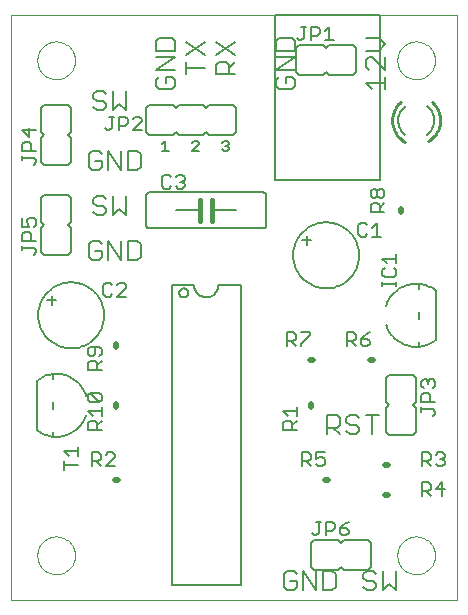
<source format=gto>
G75*
%MOIN*%
%OFA0B0*%
%FSLAX24Y24*%
%IPPOS*%
%LPD*%
%AMOC8*
5,1,8,0,0,1.08239X$1,22.5*
%
%ADD10C,0.0000*%
%ADD11C,0.0060*%
%ADD12C,0.0160*%
%ADD13C,0.0050*%
%ADD14C,0.0100*%
%ADD15C,0.0200*%
D10*
X000180Y000180D02*
X000180Y019676D01*
X015050Y019676D01*
X015050Y000180D01*
X000180Y000180D01*
X001050Y001680D02*
X001052Y001730D01*
X001058Y001780D01*
X001068Y001829D01*
X001082Y001877D01*
X001099Y001924D01*
X001120Y001969D01*
X001145Y002013D01*
X001173Y002054D01*
X001205Y002093D01*
X001239Y002130D01*
X001276Y002164D01*
X001316Y002194D01*
X001358Y002221D01*
X001402Y002245D01*
X001448Y002266D01*
X001495Y002282D01*
X001543Y002295D01*
X001593Y002304D01*
X001642Y002309D01*
X001693Y002310D01*
X001743Y002307D01*
X001792Y002300D01*
X001841Y002289D01*
X001889Y002274D01*
X001935Y002256D01*
X001980Y002234D01*
X002023Y002208D01*
X002064Y002179D01*
X002103Y002147D01*
X002139Y002112D01*
X002171Y002074D01*
X002201Y002034D01*
X002228Y001991D01*
X002251Y001947D01*
X002270Y001901D01*
X002286Y001853D01*
X002298Y001804D01*
X002306Y001755D01*
X002310Y001705D01*
X002310Y001655D01*
X002306Y001605D01*
X002298Y001556D01*
X002286Y001507D01*
X002270Y001459D01*
X002251Y001413D01*
X002228Y001369D01*
X002201Y001326D01*
X002171Y001286D01*
X002139Y001248D01*
X002103Y001213D01*
X002064Y001181D01*
X002023Y001152D01*
X001980Y001126D01*
X001935Y001104D01*
X001889Y001086D01*
X001841Y001071D01*
X001792Y001060D01*
X001743Y001053D01*
X001693Y001050D01*
X001642Y001051D01*
X001593Y001056D01*
X001543Y001065D01*
X001495Y001078D01*
X001448Y001094D01*
X001402Y001115D01*
X001358Y001139D01*
X001316Y001166D01*
X001276Y001196D01*
X001239Y001230D01*
X001205Y001267D01*
X001173Y001306D01*
X001145Y001347D01*
X001120Y001391D01*
X001099Y001436D01*
X001082Y001483D01*
X001068Y001531D01*
X001058Y001580D01*
X001052Y001630D01*
X001050Y001680D01*
X013050Y001680D02*
X013052Y001730D01*
X013058Y001780D01*
X013068Y001829D01*
X013082Y001877D01*
X013099Y001924D01*
X013120Y001969D01*
X013145Y002013D01*
X013173Y002054D01*
X013205Y002093D01*
X013239Y002130D01*
X013276Y002164D01*
X013316Y002194D01*
X013358Y002221D01*
X013402Y002245D01*
X013448Y002266D01*
X013495Y002282D01*
X013543Y002295D01*
X013593Y002304D01*
X013642Y002309D01*
X013693Y002310D01*
X013743Y002307D01*
X013792Y002300D01*
X013841Y002289D01*
X013889Y002274D01*
X013935Y002256D01*
X013980Y002234D01*
X014023Y002208D01*
X014064Y002179D01*
X014103Y002147D01*
X014139Y002112D01*
X014171Y002074D01*
X014201Y002034D01*
X014228Y001991D01*
X014251Y001947D01*
X014270Y001901D01*
X014286Y001853D01*
X014298Y001804D01*
X014306Y001755D01*
X014310Y001705D01*
X014310Y001655D01*
X014306Y001605D01*
X014298Y001556D01*
X014286Y001507D01*
X014270Y001459D01*
X014251Y001413D01*
X014228Y001369D01*
X014201Y001326D01*
X014171Y001286D01*
X014139Y001248D01*
X014103Y001213D01*
X014064Y001181D01*
X014023Y001152D01*
X013980Y001126D01*
X013935Y001104D01*
X013889Y001086D01*
X013841Y001071D01*
X013792Y001060D01*
X013743Y001053D01*
X013693Y001050D01*
X013642Y001051D01*
X013593Y001056D01*
X013543Y001065D01*
X013495Y001078D01*
X013448Y001094D01*
X013402Y001115D01*
X013358Y001139D01*
X013316Y001166D01*
X013276Y001196D01*
X013239Y001230D01*
X013205Y001267D01*
X013173Y001306D01*
X013145Y001347D01*
X013120Y001391D01*
X013099Y001436D01*
X013082Y001483D01*
X013068Y001531D01*
X013058Y001580D01*
X013052Y001630D01*
X013050Y001680D01*
X013050Y018180D02*
X013052Y018230D01*
X013058Y018280D01*
X013068Y018329D01*
X013082Y018377D01*
X013099Y018424D01*
X013120Y018469D01*
X013145Y018513D01*
X013173Y018554D01*
X013205Y018593D01*
X013239Y018630D01*
X013276Y018664D01*
X013316Y018694D01*
X013358Y018721D01*
X013402Y018745D01*
X013448Y018766D01*
X013495Y018782D01*
X013543Y018795D01*
X013593Y018804D01*
X013642Y018809D01*
X013693Y018810D01*
X013743Y018807D01*
X013792Y018800D01*
X013841Y018789D01*
X013889Y018774D01*
X013935Y018756D01*
X013980Y018734D01*
X014023Y018708D01*
X014064Y018679D01*
X014103Y018647D01*
X014139Y018612D01*
X014171Y018574D01*
X014201Y018534D01*
X014228Y018491D01*
X014251Y018447D01*
X014270Y018401D01*
X014286Y018353D01*
X014298Y018304D01*
X014306Y018255D01*
X014310Y018205D01*
X014310Y018155D01*
X014306Y018105D01*
X014298Y018056D01*
X014286Y018007D01*
X014270Y017959D01*
X014251Y017913D01*
X014228Y017869D01*
X014201Y017826D01*
X014171Y017786D01*
X014139Y017748D01*
X014103Y017713D01*
X014064Y017681D01*
X014023Y017652D01*
X013980Y017626D01*
X013935Y017604D01*
X013889Y017586D01*
X013841Y017571D01*
X013792Y017560D01*
X013743Y017553D01*
X013693Y017550D01*
X013642Y017551D01*
X013593Y017556D01*
X013543Y017565D01*
X013495Y017578D01*
X013448Y017594D01*
X013402Y017615D01*
X013358Y017639D01*
X013316Y017666D01*
X013276Y017696D01*
X013239Y017730D01*
X013205Y017767D01*
X013173Y017806D01*
X013145Y017847D01*
X013120Y017891D01*
X013099Y017936D01*
X013082Y017983D01*
X013068Y018031D01*
X013058Y018080D01*
X013052Y018130D01*
X013050Y018180D01*
X001050Y018180D02*
X001052Y018230D01*
X001058Y018280D01*
X001068Y018329D01*
X001082Y018377D01*
X001099Y018424D01*
X001120Y018469D01*
X001145Y018513D01*
X001173Y018554D01*
X001205Y018593D01*
X001239Y018630D01*
X001276Y018664D01*
X001316Y018694D01*
X001358Y018721D01*
X001402Y018745D01*
X001448Y018766D01*
X001495Y018782D01*
X001543Y018795D01*
X001593Y018804D01*
X001642Y018809D01*
X001693Y018810D01*
X001743Y018807D01*
X001792Y018800D01*
X001841Y018789D01*
X001889Y018774D01*
X001935Y018756D01*
X001980Y018734D01*
X002023Y018708D01*
X002064Y018679D01*
X002103Y018647D01*
X002139Y018612D01*
X002171Y018574D01*
X002201Y018534D01*
X002228Y018491D01*
X002251Y018447D01*
X002270Y018401D01*
X002286Y018353D01*
X002298Y018304D01*
X002306Y018255D01*
X002310Y018205D01*
X002310Y018155D01*
X002306Y018105D01*
X002298Y018056D01*
X002286Y018007D01*
X002270Y017959D01*
X002251Y017913D01*
X002228Y017869D01*
X002201Y017826D01*
X002171Y017786D01*
X002139Y017748D01*
X002103Y017713D01*
X002064Y017681D01*
X002023Y017652D01*
X001980Y017626D01*
X001935Y017604D01*
X001889Y017586D01*
X001841Y017571D01*
X001792Y017560D01*
X001743Y017553D01*
X001693Y017550D01*
X001642Y017551D01*
X001593Y017556D01*
X001543Y017565D01*
X001495Y017578D01*
X001448Y017594D01*
X001402Y017615D01*
X001358Y017639D01*
X001316Y017666D01*
X001276Y017696D01*
X001239Y017730D01*
X001205Y017767D01*
X001173Y017806D01*
X001145Y017847D01*
X001120Y017891D01*
X001099Y017936D01*
X001082Y017983D01*
X001068Y018031D01*
X001058Y018080D01*
X001052Y018130D01*
X001050Y018180D01*
D11*
X001280Y016680D02*
X001180Y016580D01*
X001180Y015780D01*
X001280Y015680D01*
X001180Y015580D01*
X001180Y014780D01*
X001280Y014680D01*
X002080Y014680D01*
X002180Y014780D01*
X002180Y015580D01*
X002080Y015680D01*
X002180Y015780D01*
X002180Y016580D01*
X002080Y016680D01*
X001280Y016680D01*
X002883Y015151D02*
X002776Y015044D01*
X002776Y014617D01*
X002883Y014510D01*
X003097Y014510D01*
X003203Y014617D01*
X003203Y014830D01*
X002990Y014830D01*
X003203Y015044D02*
X003097Y015151D01*
X002883Y015151D01*
X003421Y015151D02*
X003421Y014510D01*
X003848Y014510D02*
X003421Y015151D01*
X003848Y015151D02*
X003848Y014510D01*
X004065Y014510D02*
X004386Y014510D01*
X004492Y014617D01*
X004492Y015044D01*
X004386Y015151D01*
X004065Y015151D01*
X004065Y014510D01*
X003992Y013651D02*
X003992Y013010D01*
X003779Y013224D01*
X003565Y013010D01*
X003565Y013651D01*
X003348Y013544D02*
X003241Y013651D01*
X003028Y013651D01*
X002921Y013544D01*
X002921Y013437D01*
X003028Y013330D01*
X003241Y013330D01*
X003348Y013224D01*
X003348Y013117D01*
X003241Y013010D01*
X003028Y013010D01*
X002921Y013117D01*
X002180Y012780D02*
X002180Y013580D01*
X002080Y013680D01*
X001280Y013680D01*
X001180Y013580D01*
X001180Y012780D01*
X001280Y012680D01*
X001180Y012580D01*
X001180Y011780D01*
X001280Y011680D01*
X002080Y011680D01*
X002180Y011780D01*
X002180Y012580D01*
X002080Y012680D01*
X002180Y012780D01*
X002883Y012151D02*
X002776Y012044D01*
X002776Y011617D01*
X002883Y011510D01*
X003097Y011510D01*
X003203Y011617D01*
X003203Y011830D01*
X002990Y011830D01*
X003203Y012044D02*
X003097Y012151D01*
X002883Y012151D01*
X003421Y012151D02*
X003421Y011510D01*
X003848Y011510D02*
X003848Y012151D01*
X004065Y012151D02*
X004386Y012151D01*
X004492Y012044D01*
X004492Y011617D01*
X004386Y011510D01*
X004065Y011510D01*
X004065Y012151D01*
X003421Y012151D02*
X003848Y011510D01*
X004780Y012580D02*
X008580Y012580D01*
X008597Y012582D01*
X008614Y012586D01*
X008630Y012593D01*
X008644Y012603D01*
X008657Y012616D01*
X008667Y012630D01*
X008674Y012646D01*
X008678Y012663D01*
X008680Y012680D01*
X008680Y013680D01*
X008678Y013697D01*
X008674Y013714D01*
X008667Y013730D01*
X008657Y013744D01*
X008644Y013757D01*
X008630Y013767D01*
X008614Y013774D01*
X008597Y013778D01*
X008580Y013780D01*
X004780Y013780D01*
X004763Y013778D01*
X004746Y013774D01*
X004730Y013767D01*
X004716Y013757D01*
X004703Y013744D01*
X004693Y013730D01*
X004686Y013714D01*
X004682Y013697D01*
X004680Y013680D01*
X004680Y012680D01*
X004682Y012663D01*
X004686Y012646D01*
X004693Y012630D01*
X004703Y012616D01*
X004716Y012603D01*
X004730Y012593D01*
X004746Y012586D01*
X004763Y012582D01*
X004780Y012580D01*
X005680Y013180D02*
X006480Y013180D01*
X006880Y013180D02*
X007680Y013180D01*
X007580Y015680D02*
X006780Y015680D01*
X006680Y015780D01*
X006580Y015680D01*
X005780Y015680D01*
X005680Y015780D01*
X005580Y015680D01*
X004780Y015680D01*
X004680Y015780D01*
X004680Y016580D01*
X004780Y016680D01*
X005580Y016680D01*
X005680Y016580D01*
X005780Y016680D01*
X006580Y016680D01*
X006680Y016580D01*
X006780Y016680D01*
X007580Y016680D01*
X007680Y016580D01*
X007680Y015780D01*
X007580Y015680D01*
X009116Y017210D02*
X009009Y017317D01*
X009009Y017530D01*
X009116Y017637D01*
X009330Y017637D02*
X009330Y017424D01*
X009330Y017637D02*
X009543Y017637D01*
X009650Y017530D01*
X009650Y017317D01*
X009543Y017210D01*
X009116Y017210D01*
X009009Y017855D02*
X009650Y018282D01*
X009009Y018282D01*
X009009Y018499D02*
X009009Y018819D01*
X009116Y018926D01*
X009543Y018926D01*
X009650Y018819D01*
X009650Y018499D01*
X009009Y018499D01*
X009009Y017855D02*
X009650Y017855D01*
X009680Y017780D02*
X009680Y018580D01*
X009780Y018680D01*
X010580Y018680D01*
X010680Y018580D01*
X010780Y018680D01*
X011580Y018680D01*
X011680Y018580D01*
X011680Y017780D01*
X011580Y017680D01*
X010780Y017680D01*
X010680Y017780D01*
X010580Y017680D01*
X009780Y017680D01*
X009680Y017780D01*
X007650Y017710D02*
X007009Y017710D01*
X007009Y018030D01*
X007116Y018137D01*
X007330Y018137D01*
X007436Y018030D01*
X007436Y017710D01*
X007436Y017924D02*
X007650Y018137D01*
X007650Y018355D02*
X007009Y018782D01*
X006650Y018782D02*
X006009Y018355D01*
X006009Y018137D02*
X006009Y017710D01*
X006009Y017924D02*
X006650Y017924D01*
X006650Y018355D02*
X006009Y018782D01*
X005650Y018819D02*
X005650Y018499D01*
X005009Y018499D01*
X005009Y018819D01*
X005116Y018926D01*
X005543Y018926D01*
X005650Y018819D01*
X005650Y018282D02*
X005009Y018282D01*
X005009Y017855D02*
X005650Y018282D01*
X005650Y017855D02*
X005009Y017855D01*
X005116Y017637D02*
X005009Y017530D01*
X005009Y017317D01*
X005116Y017210D01*
X005543Y017210D01*
X005650Y017317D01*
X005650Y017530D01*
X005543Y017637D01*
X005330Y017637D01*
X005330Y017424D01*
X003992Y017151D02*
X003992Y016510D01*
X003779Y016724D01*
X003565Y016510D01*
X003565Y017151D01*
X003348Y017044D02*
X003241Y017151D01*
X003028Y017151D01*
X002921Y017044D01*
X002921Y016937D01*
X003028Y016830D01*
X003241Y016830D01*
X003348Y016724D01*
X003348Y016617D01*
X003241Y016510D01*
X003028Y016510D01*
X002921Y016617D01*
X007009Y018355D02*
X007650Y018782D01*
X012009Y018926D02*
X012436Y018926D01*
X012650Y018713D01*
X012436Y018499D01*
X012009Y018499D01*
X012116Y018282D02*
X012009Y018175D01*
X012009Y017961D01*
X012116Y017855D01*
X012009Y017424D02*
X012650Y017424D01*
X012650Y017637D02*
X012650Y017210D01*
X012223Y017210D02*
X012009Y017424D01*
X012650Y017855D02*
X012223Y018282D01*
X012116Y018282D01*
X012650Y018282D02*
X012650Y017855D01*
X014280Y016180D02*
X014278Y016135D01*
X014273Y016089D01*
X014265Y016045D01*
X014253Y016001D01*
X014237Y015958D01*
X014219Y015916D01*
X014197Y015876D01*
X014173Y015838D01*
X014146Y015802D01*
X014116Y015767D01*
X014083Y015736D01*
X014048Y015706D01*
X013080Y016180D02*
X013082Y016227D01*
X013088Y016275D01*
X013097Y016321D01*
X013110Y016367D01*
X013126Y016411D01*
X013147Y016455D01*
X013170Y016496D01*
X013196Y016535D01*
X013226Y016572D01*
X013259Y016607D01*
X013294Y016639D01*
X013331Y016668D01*
X013080Y016180D02*
X013082Y016134D01*
X013087Y016088D01*
X013096Y016042D01*
X013108Y015997D01*
X013124Y015954D01*
X013143Y015912D01*
X013166Y015871D01*
X013191Y015832D01*
X013219Y015796D01*
X013250Y015761D01*
X013284Y015729D01*
X013320Y015700D01*
X014280Y016180D02*
X014278Y016225D01*
X014273Y016271D01*
X014265Y016315D01*
X014253Y016359D01*
X014237Y016402D01*
X014219Y016444D01*
X014197Y016484D01*
X014173Y016522D01*
X014146Y016558D01*
X014116Y016593D01*
X014083Y016624D01*
X014048Y016654D01*
X010180Y012180D02*
X010030Y012180D01*
X010030Y012330D01*
X010030Y012180D02*
X009880Y012180D01*
X010030Y012180D02*
X010030Y012030D01*
X009580Y011680D02*
X009582Y011746D01*
X009588Y011811D01*
X009598Y011876D01*
X009611Y011941D01*
X009629Y012004D01*
X009650Y012067D01*
X009675Y012127D01*
X009704Y012187D01*
X009736Y012244D01*
X009771Y012300D01*
X009810Y012353D01*
X009852Y012404D01*
X009896Y012452D01*
X009944Y012497D01*
X009994Y012540D01*
X010047Y012579D01*
X010102Y012616D01*
X010159Y012649D01*
X010218Y012678D01*
X010278Y012704D01*
X010340Y012726D01*
X010403Y012745D01*
X010467Y012759D01*
X010532Y012770D01*
X010598Y012777D01*
X010664Y012780D01*
X010729Y012779D01*
X010795Y012774D01*
X010860Y012765D01*
X010925Y012752D01*
X010988Y012736D01*
X011051Y012716D01*
X011112Y012691D01*
X011172Y012664D01*
X011230Y012633D01*
X011286Y012598D01*
X011340Y012560D01*
X011391Y012519D01*
X011440Y012475D01*
X011486Y012428D01*
X011530Y012379D01*
X011570Y012327D01*
X011607Y012272D01*
X011641Y012216D01*
X011671Y012157D01*
X011698Y012097D01*
X011721Y012036D01*
X011740Y011973D01*
X011756Y011909D01*
X011768Y011844D01*
X011776Y011779D01*
X011780Y011713D01*
X011780Y011647D01*
X011776Y011581D01*
X011768Y011516D01*
X011756Y011451D01*
X011740Y011387D01*
X011721Y011324D01*
X011698Y011263D01*
X011671Y011203D01*
X011641Y011144D01*
X011607Y011088D01*
X011570Y011033D01*
X011530Y010981D01*
X011486Y010932D01*
X011440Y010885D01*
X011391Y010841D01*
X011340Y010800D01*
X011286Y010762D01*
X011230Y010727D01*
X011172Y010696D01*
X011112Y010669D01*
X011051Y010644D01*
X010988Y010624D01*
X010925Y010608D01*
X010860Y010595D01*
X010795Y010586D01*
X010729Y010581D01*
X010664Y010580D01*
X010598Y010583D01*
X010532Y010590D01*
X010467Y010601D01*
X010403Y010615D01*
X010340Y010634D01*
X010278Y010656D01*
X010218Y010682D01*
X010159Y010711D01*
X010102Y010744D01*
X010047Y010781D01*
X009994Y010820D01*
X009944Y010863D01*
X009896Y010908D01*
X009852Y010956D01*
X009810Y011007D01*
X009771Y011060D01*
X009736Y011116D01*
X009704Y011173D01*
X009675Y011233D01*
X009650Y011293D01*
X009629Y011356D01*
X009611Y011419D01*
X009598Y011484D01*
X009588Y011549D01*
X009582Y011614D01*
X009580Y011680D01*
X007830Y010682D02*
X007080Y010682D01*
X007078Y010643D01*
X007072Y010604D01*
X007063Y010566D01*
X007050Y010529D01*
X007033Y010493D01*
X007013Y010460D01*
X006989Y010428D01*
X006963Y010399D01*
X006934Y010373D01*
X006902Y010349D01*
X006869Y010329D01*
X006833Y010312D01*
X006796Y010299D01*
X006758Y010290D01*
X006719Y010284D01*
X006680Y010282D01*
X006641Y010284D01*
X006602Y010290D01*
X006564Y010299D01*
X006527Y010312D01*
X006491Y010329D01*
X006458Y010349D01*
X006426Y010373D01*
X006397Y010399D01*
X006371Y010428D01*
X006347Y010460D01*
X006327Y010493D01*
X006310Y010529D01*
X006297Y010566D01*
X006288Y010604D01*
X006282Y010643D01*
X006280Y010682D01*
X005530Y010682D01*
X005530Y000682D01*
X007830Y000682D01*
X007830Y010682D01*
X010710Y006351D02*
X011030Y006351D01*
X011137Y006244D01*
X011137Y006030D01*
X011030Y005924D01*
X010710Y005924D01*
X010710Y005710D02*
X010710Y006351D01*
X010924Y005924D02*
X011137Y005710D01*
X011355Y005817D02*
X011461Y005710D01*
X011675Y005710D01*
X011782Y005817D01*
X011782Y005924D01*
X011675Y006030D01*
X011461Y006030D01*
X011355Y006137D01*
X011355Y006244D01*
X011461Y006351D01*
X011675Y006351D01*
X011782Y006244D01*
X011999Y006351D02*
X012426Y006351D01*
X012213Y006351D02*
X012213Y005710D01*
X012680Y005780D02*
X012680Y006580D01*
X012780Y006680D01*
X012680Y006780D01*
X012680Y007580D01*
X012780Y007680D01*
X013580Y007680D01*
X013680Y007580D01*
X013680Y006780D01*
X013580Y006680D01*
X013680Y006580D01*
X013680Y005780D01*
X013580Y005680D01*
X012780Y005680D01*
X012680Y005780D01*
X013780Y008635D02*
X013780Y008793D01*
X014330Y008855D02*
X014330Y010505D01*
X013780Y010567D02*
X013780Y010725D01*
X013780Y009793D02*
X013780Y009567D01*
X014330Y008855D02*
X014279Y008818D01*
X014226Y008783D01*
X014170Y008751D01*
X014113Y008723D01*
X014054Y008699D01*
X013994Y008678D01*
X013933Y008661D01*
X013871Y008647D01*
X013808Y008638D01*
X013745Y008632D01*
X013681Y008630D01*
X013617Y008632D01*
X013554Y008638D01*
X013491Y008647D01*
X013429Y008660D01*
X013368Y008678D01*
X013308Y008698D01*
X013249Y008723D01*
X013192Y008750D01*
X013136Y008782D01*
X013083Y008816D01*
X013032Y008854D01*
X012983Y008895D01*
X012937Y008939D01*
X012893Y008985D01*
X012852Y009034D01*
X012815Y009085D01*
X012780Y009139D01*
X012749Y009194D01*
X012721Y009251D01*
X012697Y009310D01*
X012677Y009370D01*
X012677Y009990D02*
X012697Y010050D01*
X012721Y010109D01*
X012749Y010166D01*
X012780Y010221D01*
X012815Y010275D01*
X012852Y010326D01*
X012893Y010375D01*
X012937Y010421D01*
X012983Y010465D01*
X013032Y010506D01*
X013083Y010544D01*
X013136Y010578D01*
X013192Y010610D01*
X013249Y010637D01*
X013308Y010662D01*
X013368Y010682D01*
X013429Y010700D01*
X013491Y010713D01*
X013554Y010722D01*
X013617Y010728D01*
X013681Y010730D01*
X013745Y010728D01*
X013808Y010722D01*
X013871Y010713D01*
X013933Y010699D01*
X013994Y010682D01*
X014054Y010661D01*
X014113Y010637D01*
X014170Y010609D01*
X014226Y010577D01*
X014279Y010542D01*
X014330Y010505D01*
X012080Y002180D02*
X011280Y002180D01*
X011180Y002080D01*
X011080Y002180D01*
X010280Y002180D01*
X010180Y002080D01*
X010180Y001280D01*
X010280Y001180D01*
X011080Y001180D01*
X011180Y001280D01*
X011280Y001180D01*
X012080Y001180D01*
X012180Y001280D01*
X012180Y002080D01*
X012080Y002180D01*
X012028Y001151D02*
X011921Y001044D01*
X011921Y000937D01*
X012028Y000830D01*
X012241Y000830D01*
X012348Y000724D01*
X012348Y000617D01*
X012241Y000510D01*
X012028Y000510D01*
X011921Y000617D01*
X012028Y001151D02*
X012241Y001151D01*
X012348Y001044D01*
X012565Y001151D02*
X012565Y000510D01*
X012779Y000724D01*
X012992Y000510D01*
X012992Y001151D01*
X010992Y001044D02*
X010992Y000617D01*
X010886Y000510D01*
X010565Y000510D01*
X010565Y001151D01*
X010886Y001151D01*
X010992Y001044D01*
X010348Y001151D02*
X010348Y000510D01*
X009921Y001151D01*
X009921Y000510D01*
X009703Y000617D02*
X009703Y000830D01*
X009490Y000830D01*
X009276Y000617D02*
X009383Y000510D01*
X009597Y000510D01*
X009703Y000617D01*
X009703Y001044D02*
X009597Y001151D01*
X009383Y001151D01*
X009276Y001044D01*
X009276Y000617D01*
X001080Y009680D02*
X001082Y009746D01*
X001088Y009811D01*
X001098Y009876D01*
X001111Y009941D01*
X001129Y010004D01*
X001150Y010067D01*
X001175Y010127D01*
X001204Y010187D01*
X001236Y010244D01*
X001271Y010300D01*
X001310Y010353D01*
X001352Y010404D01*
X001396Y010452D01*
X001444Y010497D01*
X001494Y010540D01*
X001547Y010579D01*
X001602Y010616D01*
X001659Y010649D01*
X001718Y010678D01*
X001778Y010704D01*
X001840Y010726D01*
X001903Y010745D01*
X001967Y010759D01*
X002032Y010770D01*
X002098Y010777D01*
X002164Y010780D01*
X002229Y010779D01*
X002295Y010774D01*
X002360Y010765D01*
X002425Y010752D01*
X002488Y010736D01*
X002551Y010716D01*
X002612Y010691D01*
X002672Y010664D01*
X002730Y010633D01*
X002786Y010598D01*
X002840Y010560D01*
X002891Y010519D01*
X002940Y010475D01*
X002986Y010428D01*
X003030Y010379D01*
X003070Y010327D01*
X003107Y010272D01*
X003141Y010216D01*
X003171Y010157D01*
X003198Y010097D01*
X003221Y010036D01*
X003240Y009973D01*
X003256Y009909D01*
X003268Y009844D01*
X003276Y009779D01*
X003280Y009713D01*
X003280Y009647D01*
X003276Y009581D01*
X003268Y009516D01*
X003256Y009451D01*
X003240Y009387D01*
X003221Y009324D01*
X003198Y009263D01*
X003171Y009203D01*
X003141Y009144D01*
X003107Y009088D01*
X003070Y009033D01*
X003030Y008981D01*
X002986Y008932D01*
X002940Y008885D01*
X002891Y008841D01*
X002840Y008800D01*
X002786Y008762D01*
X002730Y008727D01*
X002672Y008696D01*
X002612Y008669D01*
X002551Y008644D01*
X002488Y008624D01*
X002425Y008608D01*
X002360Y008595D01*
X002295Y008586D01*
X002229Y008581D01*
X002164Y008580D01*
X002098Y008583D01*
X002032Y008590D01*
X001967Y008601D01*
X001903Y008615D01*
X001840Y008634D01*
X001778Y008656D01*
X001718Y008682D01*
X001659Y008711D01*
X001602Y008744D01*
X001547Y008781D01*
X001494Y008820D01*
X001444Y008863D01*
X001396Y008908D01*
X001352Y008956D01*
X001310Y009007D01*
X001271Y009060D01*
X001236Y009116D01*
X001204Y009173D01*
X001175Y009233D01*
X001150Y009293D01*
X001129Y009356D01*
X001111Y009419D01*
X001098Y009484D01*
X001088Y009549D01*
X001082Y009614D01*
X001080Y009680D01*
X001530Y010030D02*
X001530Y010180D01*
X001530Y010330D01*
X001530Y010180D02*
X001380Y010180D01*
X001530Y010180D02*
X001680Y010180D01*
D12*
X006480Y012830D02*
X006480Y013180D01*
X006480Y013530D01*
X006880Y013530D02*
X006880Y013180D01*
X006880Y012830D01*
D13*
X005891Y013905D02*
X005740Y013905D01*
X005665Y013980D01*
X005505Y013980D02*
X005430Y013905D01*
X005280Y013905D01*
X005205Y013980D01*
X005205Y014280D01*
X005280Y014355D01*
X005430Y014355D01*
X005505Y014280D01*
X005665Y014280D02*
X005740Y014355D01*
X005891Y014355D01*
X005966Y014280D01*
X005966Y014205D01*
X005891Y014130D01*
X005966Y014055D01*
X005966Y013980D01*
X005891Y013905D01*
X005891Y014130D02*
X005816Y014130D01*
X005432Y015155D02*
X005205Y015155D01*
X005318Y015155D02*
X005318Y015495D01*
X005205Y015382D01*
X004526Y015855D02*
X004226Y015855D01*
X004526Y016155D01*
X004526Y016230D01*
X004451Y016305D01*
X004301Y016305D01*
X004226Y016230D01*
X004066Y016230D02*
X004066Y016080D01*
X003991Y016005D01*
X003765Y016005D01*
X003765Y015855D02*
X003765Y016305D01*
X003991Y016305D01*
X004066Y016230D01*
X003605Y016305D02*
X003455Y016305D01*
X003530Y016305D02*
X003530Y015930D01*
X003455Y015855D01*
X003380Y015855D01*
X003305Y015930D01*
X001005Y015851D02*
X000555Y015851D01*
X000780Y015626D01*
X000780Y015926D01*
X000780Y015466D02*
X000630Y015466D01*
X000555Y015391D01*
X000555Y015165D01*
X001005Y015165D01*
X000855Y015165D02*
X000855Y015391D01*
X000780Y015466D01*
X000555Y015005D02*
X000555Y014855D01*
X000555Y014930D02*
X000930Y014930D01*
X001005Y014855D01*
X001005Y014780D01*
X000930Y014705D01*
X000930Y012926D02*
X000780Y012926D01*
X000705Y012851D01*
X000705Y012776D01*
X000780Y012626D01*
X000555Y012626D01*
X000555Y012926D01*
X000930Y012926D02*
X001005Y012851D01*
X001005Y012701D01*
X000930Y012626D01*
X000780Y012466D02*
X000855Y012391D01*
X000855Y012165D01*
X001005Y012165D02*
X000555Y012165D01*
X000555Y012391D01*
X000630Y012466D01*
X000780Y012466D01*
X000555Y012005D02*
X000555Y011855D01*
X000555Y011930D02*
X000930Y011930D01*
X001005Y011855D01*
X001005Y011780D01*
X000930Y011705D01*
X003255Y010680D02*
X003255Y010380D01*
X003330Y010305D01*
X003480Y010305D01*
X003555Y010380D01*
X003715Y010305D02*
X004016Y010605D01*
X004016Y010680D01*
X003941Y010755D01*
X003790Y010755D01*
X003715Y010680D01*
X003555Y010680D02*
X003480Y010755D01*
X003330Y010755D01*
X003255Y010680D01*
X003715Y010305D02*
X004016Y010305D01*
X003120Y008626D02*
X002820Y008626D01*
X002745Y008551D01*
X002745Y008400D01*
X002820Y008325D01*
X002895Y008325D01*
X002970Y008400D01*
X002970Y008626D01*
X003120Y008626D02*
X003195Y008551D01*
X003195Y008400D01*
X003120Y008325D01*
X003195Y008165D02*
X003045Y008015D01*
X003045Y008090D02*
X003045Y007865D01*
X003195Y007865D02*
X002745Y007865D01*
X002745Y008090D01*
X002820Y008165D01*
X002970Y008165D01*
X003045Y008090D01*
X003120Y007086D02*
X002820Y007086D01*
X003120Y006786D01*
X003195Y006861D01*
X003195Y007011D01*
X003120Y007086D01*
X003120Y006786D02*
X002820Y006786D01*
X002745Y006861D01*
X002745Y007011D01*
X002820Y007086D01*
X003195Y006626D02*
X003195Y006325D01*
X003195Y006476D02*
X002745Y006476D01*
X002895Y006325D01*
X002820Y006165D02*
X002970Y006165D01*
X003045Y006090D01*
X003045Y005865D01*
X003195Y005865D02*
X002745Y005865D01*
X002745Y006090D01*
X002820Y006165D01*
X003045Y006015D02*
X003195Y006165D01*
X002405Y005295D02*
X002405Y004995D01*
X002405Y005145D02*
X001955Y005145D01*
X002105Y004995D01*
X001955Y004834D02*
X001955Y004534D01*
X001955Y004684D02*
X002405Y004684D01*
X002865Y004665D02*
X002865Y005115D01*
X003090Y005115D01*
X003165Y005040D01*
X003165Y004890D01*
X003090Y004815D01*
X002865Y004815D01*
X003015Y004815D02*
X003165Y004665D01*
X003325Y004665D02*
X003626Y004965D01*
X003626Y005040D01*
X003551Y005115D01*
X003400Y005115D01*
X003325Y005040D01*
X003325Y004665D02*
X003626Y004665D01*
X001580Y005635D02*
X001580Y005793D01*
X001030Y005855D02*
X001030Y007505D01*
X001580Y007567D02*
X001580Y007725D01*
X001580Y006793D02*
X001580Y006567D01*
X001030Y007505D02*
X001078Y007540D01*
X001128Y007573D01*
X001180Y007604D01*
X001234Y007631D01*
X001289Y007655D01*
X001346Y007675D01*
X001403Y007693D01*
X001461Y007707D01*
X001520Y007718D01*
X001580Y007725D01*
X001642Y007729D01*
X001705Y007730D01*
X001767Y007726D01*
X001829Y007719D01*
X001890Y007709D01*
X001951Y007694D01*
X002011Y007676D01*
X002070Y007655D01*
X002127Y007630D01*
X002182Y007602D01*
X002236Y007571D01*
X002288Y007536D01*
X002338Y007498D01*
X002385Y007458D01*
X002430Y007414D01*
X002473Y007369D01*
X002512Y007320D01*
X002549Y007270D01*
X002582Y007217D01*
X002613Y007163D01*
X002640Y007106D01*
X002663Y007049D01*
X002683Y006990D01*
X002683Y006370D02*
X002663Y006310D01*
X002639Y006251D01*
X002611Y006194D01*
X002580Y006139D01*
X002545Y006085D01*
X002508Y006034D01*
X002467Y005985D01*
X002423Y005939D01*
X002377Y005895D01*
X002328Y005854D01*
X002277Y005816D01*
X002224Y005782D01*
X002168Y005750D01*
X002111Y005723D01*
X002052Y005698D01*
X001992Y005678D01*
X001931Y005660D01*
X001869Y005647D01*
X001806Y005638D01*
X001743Y005632D01*
X001679Y005630D01*
X001615Y005632D01*
X001552Y005638D01*
X001489Y005647D01*
X001427Y005661D01*
X001366Y005678D01*
X001306Y005699D01*
X001247Y005723D01*
X001190Y005751D01*
X001134Y005783D01*
X001081Y005818D01*
X001030Y005855D01*
X005780Y010430D02*
X005782Y010454D01*
X005788Y010478D01*
X005797Y010500D01*
X005810Y010520D01*
X005826Y010538D01*
X005845Y010553D01*
X005866Y010566D01*
X005888Y010574D01*
X005912Y010579D01*
X005936Y010580D01*
X005960Y010577D01*
X005983Y010570D01*
X006005Y010560D01*
X006025Y010546D01*
X006042Y010529D01*
X006057Y010510D01*
X006068Y010489D01*
X006076Y010466D01*
X006080Y010442D01*
X006080Y010418D01*
X006076Y010394D01*
X006068Y010371D01*
X006057Y010350D01*
X006042Y010331D01*
X006025Y010314D01*
X006005Y010300D01*
X005983Y010290D01*
X005960Y010283D01*
X005936Y010280D01*
X005912Y010281D01*
X005888Y010286D01*
X005866Y010294D01*
X005845Y010307D01*
X005826Y010322D01*
X005810Y010340D01*
X005797Y010360D01*
X005788Y010382D01*
X005782Y010406D01*
X005780Y010430D01*
X008980Y014180D02*
X008980Y019680D01*
X012480Y019680D01*
X012480Y014180D01*
X008980Y014180D01*
X007432Y015212D02*
X007375Y015155D01*
X007262Y015155D01*
X007205Y015212D01*
X007318Y015325D02*
X007375Y015325D01*
X007432Y015268D01*
X007432Y015212D01*
X007375Y015325D02*
X007432Y015382D01*
X007432Y015439D01*
X007375Y015495D01*
X007262Y015495D01*
X007205Y015439D01*
X006432Y015439D02*
X006375Y015495D01*
X006262Y015495D01*
X006205Y015439D01*
X006432Y015439D02*
X006432Y015382D01*
X006205Y015155D01*
X006432Y015155D01*
X009780Y018855D02*
X009855Y018855D01*
X009930Y018930D01*
X009930Y019305D01*
X009855Y019305D02*
X010005Y019305D01*
X010165Y019305D02*
X010391Y019305D01*
X010466Y019230D01*
X010466Y019080D01*
X010391Y019005D01*
X010165Y019005D01*
X010165Y018855D02*
X010165Y019305D01*
X010626Y019155D02*
X010776Y019305D01*
X010776Y018855D01*
X010626Y018855D02*
X010926Y018855D01*
X009780Y018855D02*
X009705Y018930D01*
X012240Y013885D02*
X012315Y013885D01*
X012390Y013810D01*
X012390Y013660D01*
X012315Y013585D01*
X012240Y013585D01*
X012165Y013660D01*
X012165Y013810D01*
X012240Y013885D01*
X012390Y013810D02*
X012465Y013885D01*
X012540Y013885D01*
X012615Y013810D01*
X012615Y013660D01*
X012540Y013585D01*
X012465Y013585D01*
X012390Y013660D01*
X012390Y013424D02*
X012240Y013424D01*
X012165Y013349D01*
X012165Y013124D01*
X012615Y013124D01*
X012465Y013124D02*
X012465Y013349D01*
X012390Y013424D01*
X012465Y013274D02*
X012615Y013424D01*
X012366Y012755D02*
X012366Y012305D01*
X012516Y012305D02*
X012215Y012305D01*
X012055Y012380D02*
X011980Y012305D01*
X011830Y012305D01*
X011755Y012380D01*
X011755Y012680D01*
X011830Y012755D01*
X011980Y012755D01*
X012055Y012680D01*
X012215Y012605D02*
X012366Y012755D01*
X013005Y011723D02*
X013005Y011422D01*
X013005Y011572D02*
X012555Y011572D01*
X012705Y011422D01*
X012630Y011262D02*
X012555Y011187D01*
X012555Y011037D01*
X012630Y010962D01*
X012930Y010962D01*
X013005Y011037D01*
X013005Y011187D01*
X012930Y011262D01*
X013005Y010805D02*
X013005Y010655D01*
X013005Y010730D02*
X012555Y010730D01*
X012555Y010655D02*
X012555Y010805D01*
X012126Y009115D02*
X011976Y009040D01*
X011825Y008890D01*
X012051Y008890D01*
X012126Y008815D01*
X012126Y008740D01*
X012051Y008665D01*
X011900Y008665D01*
X011825Y008740D01*
X011825Y008890D01*
X011665Y008890D02*
X011665Y009040D01*
X011590Y009115D01*
X011365Y009115D01*
X011365Y008665D01*
X011365Y008815D02*
X011590Y008815D01*
X011665Y008890D01*
X011515Y008815D02*
X011665Y008665D01*
X010126Y009040D02*
X009825Y008740D01*
X009825Y008665D01*
X009665Y008665D02*
X009515Y008815D01*
X009590Y008815D02*
X009365Y008815D01*
X009365Y008665D02*
X009365Y009115D01*
X009590Y009115D01*
X009665Y009040D01*
X009665Y008890D01*
X009590Y008815D01*
X009825Y009115D02*
X010126Y009115D01*
X010126Y009040D01*
X009695Y006626D02*
X009695Y006325D01*
X009695Y006476D02*
X009245Y006476D01*
X009395Y006325D01*
X009470Y006165D02*
X009545Y006090D01*
X009545Y005865D01*
X009695Y005865D02*
X009245Y005865D01*
X009245Y006090D01*
X009320Y006165D01*
X009470Y006165D01*
X009545Y006015D02*
X009695Y006165D01*
X009865Y005115D02*
X010090Y005115D01*
X010165Y005040D01*
X010165Y004890D01*
X010090Y004815D01*
X009865Y004815D01*
X009865Y004665D02*
X009865Y005115D01*
X010015Y004815D02*
X010165Y004665D01*
X010325Y004740D02*
X010400Y004665D01*
X010551Y004665D01*
X010626Y004740D01*
X010626Y004890D01*
X010551Y004965D01*
X010476Y004965D01*
X010325Y004890D01*
X010325Y005115D01*
X010626Y005115D01*
X010665Y002805D02*
X010891Y002805D01*
X010966Y002730D01*
X010966Y002580D01*
X010891Y002505D01*
X010665Y002505D01*
X010665Y002355D02*
X010665Y002805D01*
X010505Y002805D02*
X010355Y002805D01*
X010430Y002805D02*
X010430Y002430D01*
X010355Y002355D01*
X010280Y002355D01*
X010205Y002430D01*
X011126Y002430D02*
X011201Y002355D01*
X011351Y002355D01*
X011426Y002430D01*
X011426Y002505D01*
X011351Y002580D01*
X011126Y002580D01*
X011126Y002430D01*
X011126Y002580D02*
X011276Y002730D01*
X011426Y002805D01*
X013865Y003665D02*
X013865Y004115D01*
X014090Y004115D01*
X014165Y004040D01*
X014165Y003890D01*
X014090Y003815D01*
X013865Y003815D01*
X014015Y003815D02*
X014165Y003665D01*
X014325Y003890D02*
X014626Y003890D01*
X014551Y003665D02*
X014551Y004115D01*
X014325Y003890D01*
X014400Y004665D02*
X014325Y004740D01*
X014400Y004665D02*
X014551Y004665D01*
X014626Y004740D01*
X014626Y004815D01*
X014551Y004890D01*
X014476Y004890D01*
X014551Y004890D02*
X014626Y004965D01*
X014626Y005040D01*
X014551Y005115D01*
X014400Y005115D01*
X014325Y005040D01*
X014165Y005040D02*
X014165Y004890D01*
X014090Y004815D01*
X013865Y004815D01*
X013865Y004665D02*
X013865Y005115D01*
X014090Y005115D01*
X014165Y005040D01*
X014015Y004815D02*
X014165Y004665D01*
X014230Y006324D02*
X014305Y006399D01*
X014305Y006474D01*
X014230Y006549D01*
X013855Y006549D01*
X013855Y006474D02*
X013855Y006624D01*
X013855Y006784D02*
X013855Y007009D01*
X013930Y007084D01*
X014080Y007084D01*
X014155Y007009D01*
X014155Y006784D01*
X014305Y006784D02*
X013855Y006784D01*
X013930Y007245D02*
X013855Y007320D01*
X013855Y007470D01*
X013930Y007545D01*
X014005Y007545D01*
X014080Y007470D01*
X014155Y007545D01*
X014230Y007545D01*
X014305Y007470D01*
X014305Y007320D01*
X014230Y007245D01*
X014080Y007395D02*
X014080Y007470D01*
D14*
X014077Y015485D02*
X014125Y015515D01*
X014170Y015548D01*
X014213Y015584D01*
X014254Y015622D01*
X014291Y015664D01*
X014326Y015708D01*
X014357Y015754D01*
X014386Y015803D01*
X014410Y015853D01*
X014431Y015905D01*
X014449Y015959D01*
X014462Y016013D01*
X014472Y016068D01*
X014478Y016124D01*
X014480Y016180D01*
X013304Y015474D02*
X013257Y015501D01*
X013212Y015531D01*
X013169Y015564D01*
X013129Y015600D01*
X013091Y015639D01*
X013056Y015680D01*
X013023Y015723D01*
X012994Y015768D01*
X012968Y015816D01*
X012945Y015865D01*
X012925Y015915D01*
X012909Y015966D01*
X012896Y016019D01*
X012887Y016072D01*
X012882Y016126D01*
X012880Y016180D01*
X014197Y016791D02*
X014236Y016755D01*
X014274Y016716D01*
X014308Y016676D01*
X014340Y016633D01*
X014368Y016588D01*
X014394Y016541D01*
X014417Y016492D01*
X014436Y016442D01*
X014452Y016391D01*
X014464Y016339D01*
X014473Y016287D01*
X014478Y016233D01*
X014480Y016180D01*
X013168Y016795D02*
X013128Y016759D01*
X013090Y016720D01*
X013055Y016679D01*
X013023Y016636D01*
X012993Y016591D01*
X012967Y016544D01*
X012945Y016495D01*
X012925Y016444D01*
X012909Y016393D01*
X012896Y016341D01*
X012887Y016287D01*
X012882Y016234D01*
X012880Y016180D01*
D15*
X013180Y013230D02*
X013180Y013130D01*
X012230Y008180D02*
X012130Y008180D01*
X010230Y008180D02*
X010130Y008180D01*
X010180Y006730D02*
X010180Y006630D01*
X010630Y004180D02*
X010730Y004180D01*
X012630Y003680D02*
X012730Y003680D01*
X012730Y004680D02*
X012630Y004680D01*
X003730Y004180D02*
X003630Y004180D01*
X003680Y006630D02*
X003680Y006730D01*
X003680Y008630D02*
X003680Y008730D01*
M02*

</source>
